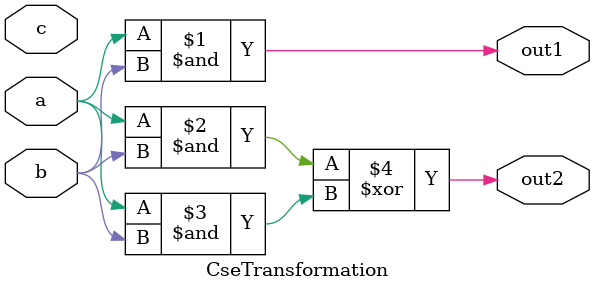
<source format=sv>
module CseTransformation(input logic a, b,c,
                output logic out1,out2);

    assign out1 = a & b;
    assign out2 = (a & b) ^ (a & b);

endmodule
</source>
